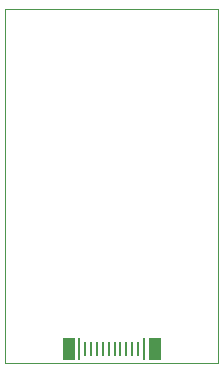
<source format=gbp>
G75*
%MOIN*%
%OFA0B0*%
%FSLAX25Y25*%
%IPPOS*%
%LPD*%
%AMOC8*
5,1,8,0,0,1.08239X$1,22.5*
%
%ADD10C,0.00000*%
%ADD11R,0.04134X0.07283*%
%ADD12R,0.00984X0.07283*%
%ADD13R,0.00984X0.04921*%
D10*
X0029754Y0037982D02*
X0029754Y0156093D01*
X0100620Y0156093D01*
X0100620Y0037982D01*
X0029754Y0037982D01*
D11*
X0050857Y0042785D03*
X0079518Y0042785D03*
D12*
X0076014Y0042785D03*
X0054361Y0042785D03*
D13*
X0056329Y0042785D03*
X0058298Y0042785D03*
X0060266Y0042785D03*
X0062235Y0042785D03*
X0064203Y0042785D03*
X0066172Y0042785D03*
X0068140Y0042785D03*
X0070109Y0042785D03*
X0072077Y0042785D03*
X0074046Y0042785D03*
M02*

</source>
